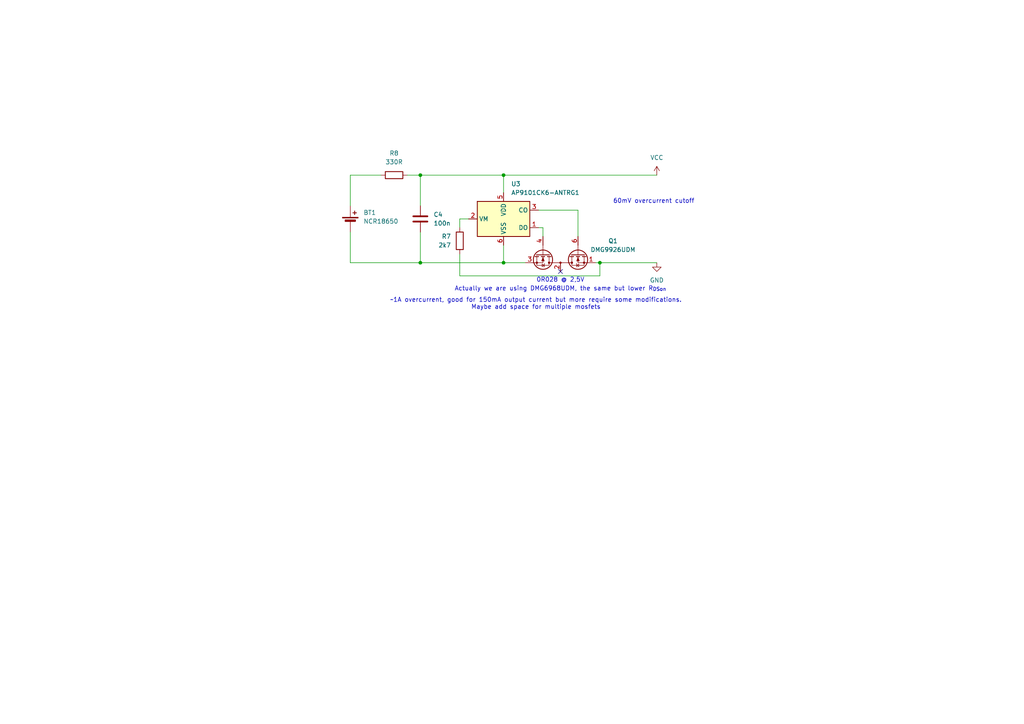
<source format=kicad_sch>
(kicad_sch
	(version 20231120)
	(generator "eeschema")
	(generator_version "8.0")
	(uuid "688b65c6-5c44-4cba-ba56-dfa63d9d01e7")
	(paper "A4")
	(lib_symbols
		(symbol "Battery_Management:AP9101CK6"
			(exclude_from_sim no)
			(in_bom yes)
			(on_board yes)
			(property "Reference" "U"
				(at -7.62 6.35 0)
				(effects
					(font
						(size 1.27 1.27)
					)
					(justify left)
				)
			)
			(property "Value" "AP9101CK6"
				(at 7.62 6.35 0)
				(effects
					(font
						(size 1.27 1.27)
					)
				)
			)
			(property "Footprint" "Package_TO_SOT_SMD:SOT-23-6"
				(at 0 0 0)
				(effects
					(font
						(size 1.27 1.27)
					)
					(hide yes)
				)
			)
			(property "Datasheet" "https://www.diodes.com/assets/Datasheets/AP9101C.pdf"
				(at 0 1.27 0)
				(effects
					(font
						(size 1.27 1.27)
					)
					(hide yes)
				)
			)
			(property "Description" "Li+ Battery Protection IC for Single Cell Pack, SOT-23-6"
				(at 0 0 0)
				(effects
					(font
						(size 1.27 1.27)
					)
					(hide yes)
				)
			)
			(property "ki_keywords" "battery protection li-ion li-po"
				(at 0 0 0)
				(effects
					(font
						(size 1.27 1.27)
					)
					(hide yes)
				)
			)
			(property "ki_fp_filters" "SOT?23*"
				(at 0 0 0)
				(effects
					(font
						(size 1.27 1.27)
					)
					(hide yes)
				)
			)
			(symbol "AP9101CK6_0_1"
				(rectangle
					(start -7.62 5.08)
					(end 7.62 -5.08)
					(stroke
						(width 0.254)
						(type default)
					)
					(fill
						(type background)
					)
				)
			)
			(symbol "AP9101CK6_1_1"
				(pin output line
					(at 10.16 -2.54 180)
					(length 2.54)
					(name "DO"
						(effects
							(font
								(size 1.27 1.27)
							)
						)
					)
					(number "1"
						(effects
							(font
								(size 1.27 1.27)
							)
						)
					)
				)
				(pin passive line
					(at -10.16 0 0)
					(length 2.54)
					(name "VM"
						(effects
							(font
								(size 1.27 1.27)
							)
						)
					)
					(number "2"
						(effects
							(font
								(size 1.27 1.27)
							)
						)
					)
				)
				(pin output line
					(at 10.16 2.54 180)
					(length 2.54)
					(name "CO"
						(effects
							(font
								(size 1.27 1.27)
							)
						)
					)
					(number "3"
						(effects
							(font
								(size 1.27 1.27)
							)
						)
					)
				)
				(pin no_connect line
					(at -7.62 -2.54 0)
					(length 2.54) hide
					(name "NC"
						(effects
							(font
								(size 1.27 1.27)
							)
						)
					)
					(number "4"
						(effects
							(font
								(size 1.27 1.27)
							)
						)
					)
				)
				(pin power_in line
					(at 0 7.62 270)
					(length 2.54)
					(name "VDD"
						(effects
							(font
								(size 1.27 1.27)
							)
						)
					)
					(number "5"
						(effects
							(font
								(size 1.27 1.27)
							)
						)
					)
				)
				(pin power_in line
					(at 0 -7.62 90)
					(length 2.54)
					(name "VSS"
						(effects
							(font
								(size 1.27 1.27)
							)
						)
					)
					(number "6"
						(effects
							(font
								(size 1.27 1.27)
							)
						)
					)
				)
			)
		)
		(symbol "Device:Battery_Cell"
			(pin_numbers hide)
			(pin_names
				(offset 0) hide)
			(exclude_from_sim no)
			(in_bom yes)
			(on_board yes)
			(property "Reference" "BT"
				(at 2.54 2.54 0)
				(effects
					(font
						(size 1.27 1.27)
					)
					(justify left)
				)
			)
			(property "Value" "Battery_Cell"
				(at 2.54 0 0)
				(effects
					(font
						(size 1.27 1.27)
					)
					(justify left)
				)
			)
			(property "Footprint" ""
				(at 0 1.524 90)
				(effects
					(font
						(size 1.27 1.27)
					)
					(hide yes)
				)
			)
			(property "Datasheet" "~"
				(at 0 1.524 90)
				(effects
					(font
						(size 1.27 1.27)
					)
					(hide yes)
				)
			)
			(property "Description" "Single-cell battery"
				(at 0 0 0)
				(effects
					(font
						(size 1.27 1.27)
					)
					(hide yes)
				)
			)
			(property "ki_keywords" "battery cell"
				(at 0 0 0)
				(effects
					(font
						(size 1.27 1.27)
					)
					(hide yes)
				)
			)
			(symbol "Battery_Cell_0_1"
				(rectangle
					(start -2.286 1.778)
					(end 2.286 1.524)
					(stroke
						(width 0)
						(type default)
					)
					(fill
						(type outline)
					)
				)
				(rectangle
					(start -1.524 1.016)
					(end 1.524 0.508)
					(stroke
						(width 0)
						(type default)
					)
					(fill
						(type outline)
					)
				)
				(polyline
					(pts
						(xy 0 0.762) (xy 0 0)
					)
					(stroke
						(width 0)
						(type default)
					)
					(fill
						(type none)
					)
				)
				(polyline
					(pts
						(xy 0 1.778) (xy 0 2.54)
					)
					(stroke
						(width 0)
						(type default)
					)
					(fill
						(type none)
					)
				)
				(polyline
					(pts
						(xy 0.762 3.048) (xy 1.778 3.048)
					)
					(stroke
						(width 0.254)
						(type default)
					)
					(fill
						(type none)
					)
				)
				(polyline
					(pts
						(xy 1.27 3.556) (xy 1.27 2.54)
					)
					(stroke
						(width 0.254)
						(type default)
					)
					(fill
						(type none)
					)
				)
			)
			(symbol "Battery_Cell_1_1"
				(pin passive line
					(at 0 5.08 270)
					(length 2.54)
					(name "+"
						(effects
							(font
								(size 1.27 1.27)
							)
						)
					)
					(number "1"
						(effects
							(font
								(size 1.27 1.27)
							)
						)
					)
				)
				(pin passive line
					(at 0 -2.54 90)
					(length 2.54)
					(name "-"
						(effects
							(font
								(size 1.27 1.27)
							)
						)
					)
					(number "2"
						(effects
							(font
								(size 1.27 1.27)
							)
						)
					)
				)
			)
		)
		(symbol "Device:C"
			(pin_numbers hide)
			(pin_names
				(offset 0.254)
			)
			(exclude_from_sim no)
			(in_bom yes)
			(on_board yes)
			(property "Reference" "C"
				(at 0.635 2.54 0)
				(effects
					(font
						(size 1.27 1.27)
					)
					(justify left)
				)
			)
			(property "Value" "C"
				(at 0.635 -2.54 0)
				(effects
					(font
						(size 1.27 1.27)
					)
					(justify left)
				)
			)
			(property "Footprint" ""
				(at 0.9652 -3.81 0)
				(effects
					(font
						(size 1.27 1.27)
					)
					(hide yes)
				)
			)
			(property "Datasheet" "~"
				(at 0 0 0)
				(effects
					(font
						(size 1.27 1.27)
					)
					(hide yes)
				)
			)
			(property "Description" "Unpolarized capacitor"
				(at 0 0 0)
				(effects
					(font
						(size 1.27 1.27)
					)
					(hide yes)
				)
			)
			(property "ki_keywords" "cap capacitor"
				(at 0 0 0)
				(effects
					(font
						(size 1.27 1.27)
					)
					(hide yes)
				)
			)
			(property "ki_fp_filters" "C_*"
				(at 0 0 0)
				(effects
					(font
						(size 1.27 1.27)
					)
					(hide yes)
				)
			)
			(symbol "C_0_1"
				(polyline
					(pts
						(xy -2.032 -0.762) (xy 2.032 -0.762)
					)
					(stroke
						(width 0.508)
						(type default)
					)
					(fill
						(type none)
					)
				)
				(polyline
					(pts
						(xy -2.032 0.762) (xy 2.032 0.762)
					)
					(stroke
						(width 0.508)
						(type default)
					)
					(fill
						(type none)
					)
				)
			)
			(symbol "C_1_1"
				(pin passive line
					(at 0 3.81 270)
					(length 2.794)
					(name "~"
						(effects
							(font
								(size 1.27 1.27)
							)
						)
					)
					(number "1"
						(effects
							(font
								(size 1.27 1.27)
							)
						)
					)
				)
				(pin passive line
					(at 0 -3.81 90)
					(length 2.794)
					(name "~"
						(effects
							(font
								(size 1.27 1.27)
							)
						)
					)
					(number "2"
						(effects
							(font
								(size 1.27 1.27)
							)
						)
					)
				)
			)
		)
		(symbol "Device:R"
			(pin_numbers hide)
			(pin_names
				(offset 0)
			)
			(exclude_from_sim no)
			(in_bom yes)
			(on_board yes)
			(property "Reference" "R"
				(at 2.032 0 90)
				(effects
					(font
						(size 1.27 1.27)
					)
				)
			)
			(property "Value" "R"
				(at 0 0 90)
				(effects
					(font
						(size 1.27 1.27)
					)
				)
			)
			(property "Footprint" ""
				(at -1.778 0 90)
				(effects
					(font
						(size 1.27 1.27)
					)
					(hide yes)
				)
			)
			(property "Datasheet" "~"
				(at 0 0 0)
				(effects
					(font
						(size 1.27 1.27)
					)
					(hide yes)
				)
			)
			(property "Description" "Resistor"
				(at 0 0 0)
				(effects
					(font
						(size 1.27 1.27)
					)
					(hide yes)
				)
			)
			(property "ki_keywords" "R res resistor"
				(at 0 0 0)
				(effects
					(font
						(size 1.27 1.27)
					)
					(hide yes)
				)
			)
			(property "ki_fp_filters" "R_*"
				(at 0 0 0)
				(effects
					(font
						(size 1.27 1.27)
					)
					(hide yes)
				)
			)
			(symbol "R_0_1"
				(rectangle
					(start -1.016 -2.54)
					(end 1.016 2.54)
					(stroke
						(width 0.254)
						(type default)
					)
					(fill
						(type none)
					)
				)
			)
			(symbol "R_1_1"
				(pin passive line
					(at 0 3.81 270)
					(length 1.27)
					(name "~"
						(effects
							(font
								(size 1.27 1.27)
							)
						)
					)
					(number "1"
						(effects
							(font
								(size 1.27 1.27)
							)
						)
					)
				)
				(pin passive line
					(at 0 -3.81 90)
					(length 1.27)
					(name "~"
						(effects
							(font
								(size 1.27 1.27)
							)
						)
					)
					(number "2"
						(effects
							(font
								(size 1.27 1.27)
							)
						)
					)
				)
			)
		)
		(symbol "Transistor_FET:DMG9926UDM"
			(pin_names hide)
			(exclude_from_sim no)
			(in_bom yes)
			(on_board yes)
			(property "Reference" "Q"
				(at 2.54 6.985 0)
				(effects
					(font
						(size 1.27 1.27)
					)
					(justify left)
				)
			)
			(property "Value" "DMG9926UDM"
				(at 2.54 5.08 0)
				(effects
					(font
						(size 1.27 1.27)
					)
					(justify left)
				)
			)
			(property "Footprint" "Package_TO_SOT_SMD:SOT-23-6"
				(at 2.54 -3.81 0)
				(effects
					(font
						(size 1.27 1.27)
						(italic yes)
					)
					(justify left)
					(hide yes)
				)
			)
			(property "Datasheet" "https://www.diodes.com/assets/Datasheets/ds31770.pdf"
				(at 2.54 -5.715 0)
				(effects
					(font
						(size 1.27 1.27)
					)
					(justify left)
					(hide yes)
				)
			)
			(property "Description" "4.2A Id, 20V Vds, Common-Drain, Dual Half Bridge N-Channel MOSFET, 28mOhm Ron, SOT-23-6"
				(at 0 0 0)
				(effects
					(font
						(size 1.27 1.27)
					)
					(hide yes)
				)
			)
			(property "ki_keywords" "Dual Half Bridge N-Channel MOSFET Logic Level Common Drain"
				(at 0 0 0)
				(effects
					(font
						(size 1.27 1.27)
					)
					(hide yes)
				)
			)
			(property "ki_fp_filters" "SOT?23*"
				(at 0 0 0)
				(effects
					(font
						(size 1.27 1.27)
					)
					(hide yes)
				)
			)
			(symbol "DMG9926UDM_0_1"
				(circle
					(center -0.889 5.08)
					(radius 2.794)
					(stroke
						(width 0.254)
						(type default)
					)
					(fill
						(type none)
					)
				)
				(polyline
					(pts
						(xy -2.286 3.175) (xy -2.286 6.985)
					)
					(stroke
						(width 0.254)
						(type default)
					)
					(fill
						(type none)
					)
				)
				(polyline
					(pts
						(xy -2.286 5.08) (xy -5.08 5.08)
					)
					(stroke
						(width 0)
						(type default)
					)
					(fill
						(type none)
					)
				)
				(polyline
					(pts
						(xy -1.778 2.794) (xy -1.778 3.81)
					)
					(stroke
						(width 0.254)
						(type default)
					)
					(fill
						(type none)
					)
				)
				(polyline
					(pts
						(xy -1.778 4.572) (xy -1.778 5.588)
					)
					(stroke
						(width 0.254)
						(type default)
					)
					(fill
						(type none)
					)
				)
				(polyline
					(pts
						(xy -1.778 6.35) (xy -1.778 7.366)
					)
					(stroke
						(width 0.254)
						(type default)
					)
					(fill
						(type none)
					)
				)
				(polyline
					(pts
						(xy 0 -3.302) (xy 0 3.302)
					)
					(stroke
						(width 0)
						(type default)
					)
					(fill
						(type none)
					)
				)
				(polyline
					(pts
						(xy 0 7.62) (xy 0 5.08) (xy -1.778 5.08)
					)
					(stroke
						(width 0)
						(type default)
					)
					(fill
						(type none)
					)
				)
				(polyline
					(pts
						(xy -1.778 6.858) (xy 0.762 6.858) (xy 0.762 3.302) (xy -1.778 3.302)
					)
					(stroke
						(width 0)
						(type default)
					)
					(fill
						(type none)
					)
				)
				(polyline
					(pts
						(xy -1.524 5.08) (xy -0.508 4.699) (xy -0.508 5.461) (xy -1.524 5.08)
					)
					(stroke
						(width 0)
						(type default)
					)
					(fill
						(type outline)
					)
				)
				(polyline
					(pts
						(xy 0.254 4.572) (xy 0.381 4.699) (xy 1.143 4.699) (xy 1.27 4.826)
					)
					(stroke
						(width 0)
						(type default)
					)
					(fill
						(type none)
					)
				)
				(polyline
					(pts
						(xy 0.762 4.699) (xy 0.381 5.334) (xy 1.143 5.334) (xy 0.762 4.699)
					)
					(stroke
						(width 0)
						(type default)
					)
					(fill
						(type none)
					)
				)
				(circle
					(center 0 3.302)
					(radius 0.254)
					(stroke
						(width 0)
						(type default)
					)
					(fill
						(type outline)
					)
				)
				(circle
					(center 0 6.858)
					(radius 0.254)
					(stroke
						(width 0)
						(type default)
					)
					(fill
						(type outline)
					)
				)
			)
			(symbol "DMG9926UDM_1_1"
				(circle
					(center -0.889 -5.08)
					(radius 2.794)
					(stroke
						(width 0.254)
						(type default)
					)
					(fill
						(type none)
					)
				)
				(circle
					(center 0 -6.858)
					(radius 0.254)
					(stroke
						(width 0)
						(type default)
					)
					(fill
						(type outline)
					)
				)
				(circle
					(center 0 -3.302)
					(radius 0.254)
					(stroke
						(width 0)
						(type default)
					)
					(fill
						(type outline)
					)
				)
				(polyline
					(pts
						(xy -2.286 -5.08) (xy -5.08 -5.08)
					)
					(stroke
						(width 0)
						(type default)
					)
					(fill
						(type none)
					)
				)
				(polyline
					(pts
						(xy -2.286 -3.175) (xy -2.286 -6.985)
					)
					(stroke
						(width 0.254)
						(type default)
					)
					(fill
						(type none)
					)
				)
				(polyline
					(pts
						(xy -1.778 -6.35) (xy -1.778 -7.366)
					)
					(stroke
						(width 0.254)
						(type default)
					)
					(fill
						(type none)
					)
				)
				(polyline
					(pts
						(xy -1.778 -4.572) (xy -1.778 -5.588)
					)
					(stroke
						(width 0.254)
						(type default)
					)
					(fill
						(type none)
					)
				)
				(polyline
					(pts
						(xy -1.778 -2.794) (xy -1.778 -3.81)
					)
					(stroke
						(width 0.254)
						(type default)
					)
					(fill
						(type none)
					)
				)
				(polyline
					(pts
						(xy 0 -7.62) (xy 0 -5.08) (xy -1.778 -5.08)
					)
					(stroke
						(width 0)
						(type default)
					)
					(fill
						(type none)
					)
				)
				(polyline
					(pts
						(xy -1.778 -6.858) (xy 0.762 -6.858) (xy 0.762 -3.302) (xy -1.778 -3.302)
					)
					(stroke
						(width 0)
						(type default)
					)
					(fill
						(type none)
					)
				)
				(polyline
					(pts
						(xy -1.524 -5.08) (xy -0.508 -4.699) (xy -0.508 -5.461) (xy -1.524 -5.08)
					)
					(stroke
						(width 0)
						(type default)
					)
					(fill
						(type outline)
					)
				)
				(polyline
					(pts
						(xy 0.254 -4.572) (xy 0.381 -4.699) (xy 1.143 -4.699) (xy 1.27 -4.826)
					)
					(stroke
						(width 0)
						(type default)
					)
					(fill
						(type none)
					)
				)
				(polyline
					(pts
						(xy 0.762 -4.699) (xy 0.381 -5.334) (xy 1.143 -5.334) (xy 0.762 -4.699)
					)
					(stroke
						(width 0)
						(type default)
					)
					(fill
						(type none)
					)
				)
				(circle
					(center 0 0)
					(radius 0.254)
					(stroke
						(width 0)
						(type default)
					)
					(fill
						(type outline)
					)
				)
				(pin passive line
					(at 0 10.16 270)
					(length 2.54)
					(name "D1"
						(effects
							(font
								(size 1.27 1.27)
							)
						)
					)
					(number "1"
						(effects
							(font
								(size 1.27 1.27)
							)
						)
					)
				)
				(pin passive line
					(at 2.54 0 180)
					(length 2.54)
					(name "S1/D2"
						(effects
							(font
								(size 1.27 1.27)
							)
						)
					)
					(number "2"
						(effects
							(font
								(size 1.27 1.27)
							)
						)
					)
				)
				(pin passive line
					(at 0 -10.16 90)
					(length 2.54)
					(name "S2"
						(effects
							(font
								(size 1.27 1.27)
							)
						)
					)
					(number "3"
						(effects
							(font
								(size 1.27 1.27)
							)
						)
					)
				)
				(pin input line
					(at -7.62 -5.08 0)
					(length 2.54)
					(name "G2"
						(effects
							(font
								(size 1.27 1.27)
							)
						)
					)
					(number "4"
						(effects
							(font
								(size 1.27 1.27)
							)
						)
					)
				)
				(pin passive line
					(at 2.54 0 180)
					(length 2.54) hide
					(name "S1/D2"
						(effects
							(font
								(size 1.27 1.27)
							)
						)
					)
					(number "5"
						(effects
							(font
								(size 1.27 1.27)
							)
						)
					)
				)
				(pin input line
					(at -7.62 5.08 0)
					(length 2.54)
					(name "G1"
						(effects
							(font
								(size 1.27 1.27)
							)
						)
					)
					(number "6"
						(effects
							(font
								(size 1.27 1.27)
							)
						)
					)
				)
			)
		)
		(symbol "power:GND"
			(power)
			(pin_numbers hide)
			(pin_names
				(offset 0) hide)
			(exclude_from_sim no)
			(in_bom yes)
			(on_board yes)
			(property "Reference" "#PWR"
				(at 0 -6.35 0)
				(effects
					(font
						(size 1.27 1.27)
					)
					(hide yes)
				)
			)
			(property "Value" "GND"
				(at 0 -3.81 0)
				(effects
					(font
						(size 1.27 1.27)
					)
				)
			)
			(property "Footprint" ""
				(at 0 0 0)
				(effects
					(font
						(size 1.27 1.27)
					)
					(hide yes)
				)
			)
			(property "Datasheet" ""
				(at 0 0 0)
				(effects
					(font
						(size 1.27 1.27)
					)
					(hide yes)
				)
			)
			(property "Description" "Power symbol creates a global label with name \"GND\" , ground"
				(at 0 0 0)
				(effects
					(font
						(size 1.27 1.27)
					)
					(hide yes)
				)
			)
			(property "ki_keywords" "global power"
				(at 0 0 0)
				(effects
					(font
						(size 1.27 1.27)
					)
					(hide yes)
				)
			)
			(symbol "GND_0_1"
				(polyline
					(pts
						(xy 0 0) (xy 0 -1.27) (xy 1.27 -1.27) (xy 0 -2.54) (xy -1.27 -1.27) (xy 0 -1.27)
					)
					(stroke
						(width 0)
						(type default)
					)
					(fill
						(type none)
					)
				)
			)
			(symbol "GND_1_1"
				(pin power_in line
					(at 0 0 270)
					(length 0)
					(name "~"
						(effects
							(font
								(size 1.27 1.27)
							)
						)
					)
					(number "1"
						(effects
							(font
								(size 1.27 1.27)
							)
						)
					)
				)
			)
		)
		(symbol "power:VCC"
			(power)
			(pin_numbers hide)
			(pin_names
				(offset 0) hide)
			(exclude_from_sim no)
			(in_bom yes)
			(on_board yes)
			(property "Reference" "#PWR"
				(at 0 -3.81 0)
				(effects
					(font
						(size 1.27 1.27)
					)
					(hide yes)
				)
			)
			(property "Value" "VCC"
				(at 0 3.556 0)
				(effects
					(font
						(size 1.27 1.27)
					)
				)
			)
			(property "Footprint" ""
				(at 0 0 0)
				(effects
					(font
						(size 1.27 1.27)
					)
					(hide yes)
				)
			)
			(property "Datasheet" ""
				(at 0 0 0)
				(effects
					(font
						(size 1.27 1.27)
					)
					(hide yes)
				)
			)
			(property "Description" "Power symbol creates a global label with name \"VCC\""
				(at 0 0 0)
				(effects
					(font
						(size 1.27 1.27)
					)
					(hide yes)
				)
			)
			(property "ki_keywords" "global power"
				(at 0 0 0)
				(effects
					(font
						(size 1.27 1.27)
					)
					(hide yes)
				)
			)
			(symbol "VCC_0_1"
				(polyline
					(pts
						(xy -0.762 1.27) (xy 0 2.54)
					)
					(stroke
						(width 0)
						(type default)
					)
					(fill
						(type none)
					)
				)
				(polyline
					(pts
						(xy 0 0) (xy 0 2.54)
					)
					(stroke
						(width 0)
						(type default)
					)
					(fill
						(type none)
					)
				)
				(polyline
					(pts
						(xy 0 2.54) (xy 0.762 1.27)
					)
					(stroke
						(width 0)
						(type default)
					)
					(fill
						(type none)
					)
				)
			)
			(symbol "VCC_1_1"
				(pin power_in line
					(at 0 0 90)
					(length 0)
					(name "~"
						(effects
							(font
								(size 1.27 1.27)
							)
						)
					)
					(number "1"
						(effects
							(font
								(size 1.27 1.27)
							)
						)
					)
				)
			)
		)
	)
	(junction
		(at 121.92 76.2)
		(diameter 0)
		(color 0 0 0 0)
		(uuid "663e5631-3626-49bc-a809-314c0bb2a802")
	)
	(junction
		(at 146.05 76.2)
		(diameter 0)
		(color 0 0 0 0)
		(uuid "bfd5c296-96dc-4854-8e59-6e378a1e9e43")
	)
	(junction
		(at 121.92 50.8)
		(diameter 0)
		(color 0 0 0 0)
		(uuid "cf418441-cb3b-4025-91e3-a4e7614478e0")
	)
	(junction
		(at 146.05 50.8)
		(diameter 0)
		(color 0 0 0 0)
		(uuid "dd299917-2d0d-4207-aae3-59f0e4b7e03d")
	)
	(junction
		(at 173.99 76.2)
		(diameter 0)
		(color 0 0 0 0)
		(uuid "f1922ec1-b13f-4093-b911-95329472501d")
	)
	(no_connect
		(at 162.56 78.74)
		(uuid "c0cf2940-b626-4e91-aceb-59312778704a")
	)
	(wire
		(pts
			(xy 101.6 50.8) (xy 110.49 50.8)
		)
		(stroke
			(width 0)
			(type default)
		)
		(uuid "04101e93-f0f8-4c62-97d1-73a76d37c399")
	)
	(wire
		(pts
			(xy 146.05 76.2) (xy 146.05 71.12)
		)
		(stroke
			(width 0)
			(type default)
		)
		(uuid "1cb18ad7-4511-4827-8b4f-e0799964c628")
	)
	(wire
		(pts
			(xy 133.35 73.66) (xy 133.35 80.01)
		)
		(stroke
			(width 0)
			(type default)
		)
		(uuid "1dabc86b-5305-4ad8-9e41-4437a638b28c")
	)
	(wire
		(pts
			(xy 146.05 50.8) (xy 190.5 50.8)
		)
		(stroke
			(width 0)
			(type default)
		)
		(uuid "3f5d6aaf-54e1-4968-96b3-88b72850ca20")
	)
	(wire
		(pts
			(xy 133.35 80.01) (xy 173.99 80.01)
		)
		(stroke
			(width 0)
			(type default)
		)
		(uuid "4376571a-85e0-4027-b772-b31cd6247b89")
	)
	(wire
		(pts
			(xy 146.05 76.2) (xy 121.92 76.2)
		)
		(stroke
			(width 0)
			(type default)
		)
		(uuid "4764dc41-7a5c-44f1-9b5c-3a6adab70d0f")
	)
	(wire
		(pts
			(xy 146.05 50.8) (xy 146.05 55.88)
		)
		(stroke
			(width 0)
			(type default)
		)
		(uuid "5310d4fc-8d90-4586-bc7e-4ef061253568")
	)
	(wire
		(pts
			(xy 101.6 67.31) (xy 101.6 76.2)
		)
		(stroke
			(width 0)
			(type default)
		)
		(uuid "54871b5e-2c64-4f81-98b7-6495beddc2dd")
	)
	(wire
		(pts
			(xy 121.92 76.2) (xy 121.92 67.31)
		)
		(stroke
			(width 0)
			(type default)
		)
		(uuid "57af097c-2591-40c7-881f-294e77e554be")
	)
	(wire
		(pts
			(xy 118.11 50.8) (xy 121.92 50.8)
		)
		(stroke
			(width 0)
			(type default)
		)
		(uuid "64eff489-16d1-4572-9c34-44b86a18fb53")
	)
	(wire
		(pts
			(xy 101.6 76.2) (xy 121.92 76.2)
		)
		(stroke
			(width 0)
			(type default)
		)
		(uuid "68f70864-2077-4ec2-8e43-e60f26eb9a63")
	)
	(wire
		(pts
			(xy 133.35 63.5) (xy 135.89 63.5)
		)
		(stroke
			(width 0)
			(type default)
		)
		(uuid "6c7a5f69-a2a0-4c4e-af3c-6ebbfc4f8333")
	)
	(wire
		(pts
			(xy 101.6 59.69) (xy 101.6 50.8)
		)
		(stroke
			(width 0)
			(type default)
		)
		(uuid "73610546-8313-4d43-befb-0a0940c48c23")
	)
	(wire
		(pts
			(xy 173.99 80.01) (xy 173.99 76.2)
		)
		(stroke
			(width 0)
			(type default)
		)
		(uuid "7753b978-3274-4c72-935f-38d40693ed61")
	)
	(wire
		(pts
			(xy 172.72 76.2) (xy 173.99 76.2)
		)
		(stroke
			(width 0)
			(type default)
		)
		(uuid "7835dace-de32-4c8d-b3da-8bcc262c096a")
	)
	(wire
		(pts
			(xy 156.21 60.96) (xy 167.64 60.96)
		)
		(stroke
			(width 0)
			(type default)
		)
		(uuid "88d4091a-d279-4c14-821e-fa97f07956a7")
	)
	(wire
		(pts
			(xy 157.48 66.04) (xy 156.21 66.04)
		)
		(stroke
			(width 0)
			(type default)
		)
		(uuid "8e82f3fd-daab-4ff1-ad56-748d545afd82")
	)
	(wire
		(pts
			(xy 167.64 60.96) (xy 167.64 68.58)
		)
		(stroke
			(width 0)
			(type default)
		)
		(uuid "a746b699-3bff-43df-84ae-a230d6c647ce")
	)
	(wire
		(pts
			(xy 157.48 68.58) (xy 157.48 66.04)
		)
		(stroke
			(width 0)
			(type default)
		)
		(uuid "a9a67752-8655-48ca-900b-60efab68f9e0")
	)
	(wire
		(pts
			(xy 146.05 50.8) (xy 121.92 50.8)
		)
		(stroke
			(width 0)
			(type default)
		)
		(uuid "cacd62d5-6c87-4e92-b64d-c0eb25f931fd")
	)
	(wire
		(pts
			(xy 173.99 76.2) (xy 190.5 76.2)
		)
		(stroke
			(width 0)
			(type default)
		)
		(uuid "d3386cb1-d6f1-4da9-9b09-392339e19f47")
	)
	(wire
		(pts
			(xy 121.92 50.8) (xy 121.92 59.69)
		)
		(stroke
			(width 0)
			(type default)
		)
		(uuid "ed18712e-f527-4a82-9309-8deba2ef0509")
	)
	(wire
		(pts
			(xy 146.05 76.2) (xy 152.4 76.2)
		)
		(stroke
			(width 0)
			(type default)
		)
		(uuid "f79343e6-91b5-4b4a-8cc7-368a70fb9d01")
	)
	(wire
		(pts
			(xy 133.35 66.04) (xy 133.35 63.5)
		)
		(stroke
			(width 0)
			(type default)
		)
		(uuid "f7c39473-799f-400e-97c4-22d3b24055af")
	)
	(text "~1A overcurrent, good for 150mA output current but more require some modifications.\nMaybe add space for multiple mosfets"
		(exclude_from_sim no)
		(at 155.448 88.138 0)
		(effects
			(font
				(size 1.27 1.27)
			)
		)
		(uuid "06e2fba8-2569-400d-a91a-16a9d90f72b0")
	)
	(text "0R028 @ 2,5V"
		(exclude_from_sim no)
		(at 162.56 81.28 0)
		(effects
			(font
				(size 1.27 1.27)
			)
		)
		(uuid "09ab2a10-61a4-4d43-a6ec-9e432b978fe8")
	)
	(text "60mV overcurrent cutoff\n"
		(exclude_from_sim no)
		(at 177.8 58.42 0)
		(effects
			(font
				(size 1.27 1.27)
			)
			(justify left)
		)
		(uuid "5f5f6d69-ef60-4ba0-9160-24a3917ab590")
	)
	(text "Actually we are using DMG6968UDM, the same but lower R_{DS_{on}}"
		(exclude_from_sim no)
		(at 162.56 83.82 0)
		(effects
			(font
				(size 1.27 1.27)
			)
		)
		(uuid "6c9dd3e0-fdb9-4b6e-b32e-8fc93cb99bf9")
	)
	(symbol
		(lib_id "Device:R")
		(at 133.35 69.85 180)
		(unit 1)
		(exclude_from_sim no)
		(in_bom yes)
		(on_board yes)
		(dnp no)
		(fields_autoplaced yes)
		(uuid "04ddcba3-2c01-49c2-811b-8397d50ac315")
		(property "Reference" "R7"
			(at 130.81 68.5799 0)
			(effects
				(font
					(size 1.27 1.27)
				)
				(justify left)
			)
		)
		(property "Value" "2k7"
			(at 130.81 71.1199 0)
			(effects
				(font
					(size 1.27 1.27)
				)
				(justify left)
			)
		)
		(property "Footprint" ""
			(at 135.128 69.85 90)
			(effects
				(font
					(size 1.27 1.27)
				)
				(hide yes)
			)
		)
		(property "Datasheet" "~"
			(at 133.35 69.85 0)
			(effects
				(font
					(size 1.27 1.27)
				)
				(hide yes)
			)
		)
		(property "Description" "Resistor"
			(at 133.35 69.85 0)
			(effects
				(font
					(size 1.27 1.27)
				)
				(hide yes)
			)
		)
		(pin "1"
			(uuid "525670e9-dfe8-4b0a-9163-8821bb4d9352")
		)
		(pin "2"
			(uuid "83ea443f-245c-45cb-8de8-cf7640c615dd")
		)
		(instances
			(project "bulb_driver"
				(path "/a662f7bf-9c13-4ccb-87cd-8868bb64c17e/386f4791-0eb5-4cf3-a076-50099bc2592a"
					(reference "R7")
					(unit 1)
				)
			)
		)
	)
	(symbol
		(lib_id "Device:Battery_Cell")
		(at 101.6 64.77 0)
		(unit 1)
		(exclude_from_sim no)
		(in_bom yes)
		(on_board yes)
		(dnp no)
		(fields_autoplaced yes)
		(uuid "7fa67b6d-ce6c-45dd-834c-1083187ec158")
		(property "Reference" "BT1"
			(at 105.41 61.6584 0)
			(effects
				(font
					(size 1.27 1.27)
				)
				(justify left)
			)
		)
		(property "Value" "NCR18650"
			(at 105.41 64.1984 0)
			(effects
				(font
					(size 1.27 1.27)
				)
				(justify left)
			)
		)
		(property "Footprint" ""
			(at 101.6 63.246 90)
			(effects
				(font
					(size 1.27 1.27)
				)
				(hide yes)
			)
		)
		(property "Datasheet" "~"
			(at 101.6 63.246 90)
			(effects
				(font
					(size 1.27 1.27)
				)
				(hide yes)
			)
		)
		(property "Description" ""
			(at 101.6 64.77 0)
			(effects
				(font
					(size 1.27 1.27)
				)
				(hide yes)
			)
		)
		(pin "1"
			(uuid "7587b638-e4a1-4e5d-a2f5-d0c373e89ff0")
		)
		(pin "2"
			(uuid "4b0d70a5-e980-4710-beec-438a7565146a")
		)
		(instances
			(project "bulb_driver"
				(path "/a662f7bf-9c13-4ccb-87cd-8868bb64c17e/386f4791-0eb5-4cf3-a076-50099bc2592a"
					(reference "BT1")
					(unit 1)
				)
			)
		)
	)
	(symbol
		(lib_id "power:GND")
		(at 190.5 76.2 0)
		(unit 1)
		(exclude_from_sim no)
		(in_bom yes)
		(on_board yes)
		(dnp no)
		(fields_autoplaced yes)
		(uuid "92e420cd-3d7a-4180-b503-77e74ef6ef35")
		(property "Reference" "#PWR010"
			(at 190.5 82.55 0)
			(effects
				(font
					(size 1.27 1.27)
				)
				(hide yes)
			)
		)
		(property "Value" "GND"
			(at 190.5 81.28 0)
			(effects
				(font
					(size 1.27 1.27)
				)
			)
		)
		(property "Footprint" ""
			(at 190.5 76.2 0)
			(effects
				(font
					(size 1.27 1.27)
				)
				(hide yes)
			)
		)
		(property "Datasheet" ""
			(at 190.5 76.2 0)
			(effects
				(font
					(size 1.27 1.27)
				)
				(hide yes)
			)
		)
		(property "Description" "Power symbol creates a global label with name \"GND\" , ground"
			(at 190.5 76.2 0)
			(effects
				(font
					(size 1.27 1.27)
				)
				(hide yes)
			)
		)
		(pin "1"
			(uuid "62ddebed-c287-4898-8516-e22b29a931d0")
		)
		(instances
			(project "bulb_driver"
				(path "/a662f7bf-9c13-4ccb-87cd-8868bb64c17e/386f4791-0eb5-4cf3-a076-50099bc2592a"
					(reference "#PWR010")
					(unit 1)
				)
			)
		)
	)
	(symbol
		(lib_id "Battery_Management:AP9101CK6")
		(at 146.05 63.5 0)
		(unit 1)
		(exclude_from_sim no)
		(in_bom yes)
		(on_board yes)
		(dnp no)
		(fields_autoplaced yes)
		(uuid "adf1b919-0631-4823-8756-4e73b5dd668c")
		(property "Reference" "U3"
			(at 148.2441 53.34 0)
			(effects
				(font
					(size 1.27 1.27)
				)
				(justify left)
			)
		)
		(property "Value" "AP9101CK6-ANTRG1"
			(at 148.2441 55.88 0)
			(effects
				(font
					(size 1.27 1.27)
				)
				(justify left)
			)
		)
		(property "Footprint" "Package_TO_SOT_SMD:SOT-23-6"
			(at 146.05 63.5 0)
			(effects
				(font
					(size 1.27 1.27)
				)
				(hide yes)
			)
		)
		(property "Datasheet" "https://www.diodes.com/assets/Datasheets/AP9101C.pdf"
			(at 146.05 62.23 0)
			(effects
				(font
					(size 1.27 1.27)
				)
				(hide yes)
			)
		)
		(property "Description" "Li+ Battery Protection IC for Single Cell Pack, SOT-23-6"
			(at 146.05 63.5 0)
			(effects
				(font
					(size 1.27 1.27)
				)
				(hide yes)
			)
		)
		(pin "3"
			(uuid "fc7652ec-c0b1-4e22-81d1-b751c538f402")
		)
		(pin "6"
			(uuid "16dfdaea-bce9-48cf-a6e7-d6b7e6429054")
		)
		(pin "1"
			(uuid "6d5f39dc-dc19-4f8f-a668-96188edace42")
		)
		(pin "2"
			(uuid "ccb3f96b-e2cb-43ef-b1ed-44bb1a10428f")
		)
		(pin "4"
			(uuid "939fbd8e-aa8a-4e55-a260-b50081b10228")
		)
		(pin "5"
			(uuid "0a1b7a25-bc29-4826-b1f3-ada8f05e6799")
		)
		(instances
			(project "bulb_driver"
				(path "/a662f7bf-9c13-4ccb-87cd-8868bb64c17e/386f4791-0eb5-4cf3-a076-50099bc2592a"
					(reference "U3")
					(unit 1)
				)
			)
		)
	)
	(symbol
		(lib_id "Transistor_FET:DMG9926UDM")
		(at 162.56 76.2 270)
		(unit 1)
		(exclude_from_sim no)
		(in_bom yes)
		(on_board yes)
		(dnp no)
		(fields_autoplaced yes)
		(uuid "c03c5051-794e-4ef8-95c5-34cbf79ae87a")
		(property "Reference" "Q1"
			(at 177.8 69.8814 90)
			(effects
				(font
					(size 1.27 1.27)
				)
			)
		)
		(property "Value" "DMG9926UDM"
			(at 177.8 72.4214 90)
			(effects
				(font
					(size 1.27 1.27)
				)
			)
		)
		(property "Footprint" "Package_TO_SOT_SMD:SOT-23-6"
			(at 158.75 78.74 0)
			(effects
				(font
					(size 1.27 1.27)
					(italic yes)
				)
				(justify left)
				(hide yes)
			)
		)
		(property "Datasheet" "https://www.diodes.com/assets/Datasheets/ds31770.pdf"
			(at 156.845 78.74 0)
			(effects
				(font
					(size 1.27 1.27)
				)
				(justify left)
				(hide yes)
			)
		)
		(property "Description" "4.2A Id, 20V Vds, Common-Drain, Dual Half Bridge N-Channel MOSFET, 28mOhm Ron, SOT-23-6"
			(at 162.56 76.2 0)
			(effects
				(font
					(size 1.27 1.27)
				)
				(hide yes)
			)
		)
		(pin "6"
			(uuid "38474517-ee48-493e-b85f-df97507bbb0a")
		)
		(pin "3"
			(uuid "ae7294d5-4ff0-4384-9b43-75ecb4385acb")
		)
		(pin "2"
			(uuid "6d27e0a4-9ba9-47f1-8fd9-559da76ca2b5")
		)
		(pin "4"
			(uuid "48578584-2431-45ca-8cf5-4f75a3c26454")
		)
		(pin "1"
			(uuid "b3c3f785-46ee-45aa-8eba-1a321da9b82e")
		)
		(pin "5"
			(uuid "6971fc8a-917d-4044-b026-8502fb902395")
		)
		(instances
			(project "bulb_driver"
				(path "/a662f7bf-9c13-4ccb-87cd-8868bb64c17e/386f4791-0eb5-4cf3-a076-50099bc2592a"
					(reference "Q1")
					(unit 1)
				)
			)
		)
	)
	(symbol
		(lib_id "power:VCC")
		(at 190.5 50.8 0)
		(unit 1)
		(exclude_from_sim no)
		(in_bom yes)
		(on_board yes)
		(dnp no)
		(fields_autoplaced yes)
		(uuid "c5b7d31c-9be9-46c6-9bba-14f6b465e40e")
		(property "Reference" "#PWR011"
			(at 190.5 54.61 0)
			(effects
				(font
					(size 1.27 1.27)
				)
				(hide yes)
			)
		)
		(property "Value" "VCC"
			(at 190.5 45.72 0)
			(effects
				(font
					(size 1.27 1.27)
				)
			)
		)
		(property "Footprint" ""
			(at 190.5 50.8 0)
			(effects
				(font
					(size 1.27 1.27)
				)
				(hide yes)
			)
		)
		(property "Datasheet" ""
			(at 190.5 50.8 0)
			(effects
				(font
					(size 1.27 1.27)
				)
				(hide yes)
			)
		)
		(property "Description" "Power symbol creates a global label with name \"VCC\""
			(at 190.5 50.8 0)
			(effects
				(font
					(size 1.27 1.27)
				)
				(hide yes)
			)
		)
		(pin "1"
			(uuid "1fcb18b0-7ec0-4a5f-b648-a1e32b5c18f5")
		)
		(instances
			(project "bulb_driver"
				(path "/a662f7bf-9c13-4ccb-87cd-8868bb64c17e/386f4791-0eb5-4cf3-a076-50099bc2592a"
					(reference "#PWR011")
					(unit 1)
				)
			)
		)
	)
	(symbol
		(lib_id "Device:C")
		(at 121.92 63.5 0)
		(unit 1)
		(exclude_from_sim no)
		(in_bom yes)
		(on_board yes)
		(dnp no)
		(fields_autoplaced yes)
		(uuid "c725a620-b7b5-4479-a7bd-f4581e6f4c37")
		(property "Reference" "C4"
			(at 125.73 62.2299 0)
			(effects
				(font
					(size 1.27 1.27)
				)
				(justify left)
			)
		)
		(property "Value" "100n"
			(at 125.73 64.7699 0)
			(effects
				(font
					(size 1.27 1.27)
				)
				(justify left)
			)
		)
		(property "Footprint" ""
			(at 122.8852 67.31 0)
			(effects
				(font
					(size 1.27 1.27)
				)
				(hide yes)
			)
		)
		(property "Datasheet" "~"
			(at 121.92 63.5 0)
			(effects
				(font
					(size 1.27 1.27)
				)
				(hide yes)
			)
		)
		(property "Description" "Unpolarized capacitor"
			(at 121.92 63.5 0)
			(effects
				(font
					(size 1.27 1.27)
				)
				(hide yes)
			)
		)
		(pin "2"
			(uuid "37fb86f3-8890-4d08-8179-cf5dcd0e9a4e")
		)
		(pin "1"
			(uuid "e49d00c0-34db-4024-8562-b39dd10b81b0")
		)
		(instances
			(project "bulb_driver"
				(path "/a662f7bf-9c13-4ccb-87cd-8868bb64c17e/386f4791-0eb5-4cf3-a076-50099bc2592a"
					(reference "C4")
					(unit 1)
				)
			)
		)
	)
	(symbol
		(lib_id "Device:R")
		(at 114.3 50.8 90)
		(unit 1)
		(exclude_from_sim no)
		(in_bom yes)
		(on_board yes)
		(dnp no)
		(fields_autoplaced yes)
		(uuid "cf24c1a1-1912-4c65-b5b9-e30d3124fc31")
		(property "Reference" "R8"
			(at 114.3 44.45 90)
			(effects
				(font
					(size 1.27 1.27)
				)
			)
		)
		(property "Value" "330R"
			(at 114.3 46.99 90)
			(effects
				(font
					(size 1.27 1.27)
				)
			)
		)
		(property "Footprint" ""
			(at 114.3 52.578 90)
			(effects
				(font
					(size 1.27 1.27)
				)
				(hide yes)
			)
		)
		(property "Datasheet" "~"
			(at 114.3 50.8 0)
			(effects
				(font
					(size 1.27 1.27)
				)
				(hide yes)
			)
		)
		(property "Description" "Resistor"
			(at 114.3 50.8 0)
			(effects
				(font
					(size 1.27 1.27)
				)
				(hide yes)
			)
		)
		(pin "1"
			(uuid "5633776e-6db9-418c-ac81-2b80aa133487")
		)
		(pin "2"
			(uuid "567997d1-88f2-4d86-ae1a-41bf0d66c078")
		)
		(instances
			(project "bulb_driver"
				(path "/a662f7bf-9c13-4ccb-87cd-8868bb64c17e/386f4791-0eb5-4cf3-a076-50099bc2592a"
					(reference "R8")
					(unit 1)
				)
			)
		)
	)
)

</source>
